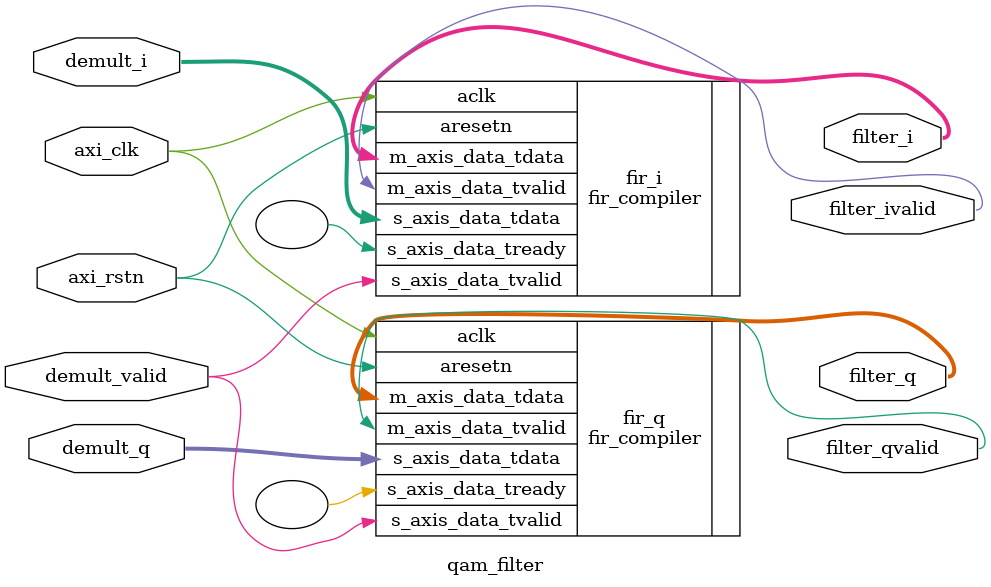
<source format=sv>
`timescale 1ns/1ns

module qam_filter (
    input   logic                   axi_clk,        // Clock
    input   logic                   axi_rstn,       // reset
    input   logic                   demult_valid,
    input   logic   signed  [17:0]  demult_q,       // data format : 5Q12
    input   logic   signed  [17:0]  demult_i,       // data format : 5Q12 
    output  logic                   filter_qvalid,
    output  logic   signed  [31:0]  filter_q,       // data format : 18Q12 
    output  logic                   filter_ivalid,
    output  logic   signed  [31:0]  filter_i        // data format : 18Q12 
);

/*------------------------------------------------------------------------------
--  Lowpass FIR 
    sample frequncy : 100M
    pass frequncy : 3.15M
    stop frequncy : 10M

    s_axis_data_tdata : 5Q12  REAL[17:0]
    m_axis_data_tdata : 18Q12 REAL[30:0]
------------------------------------------------------------------------------*/

fir_compiler fir_q (
  .aresetn(axi_rstn),                        // input wire aresetn
  .aclk(axi_clk),                           // input wire aclk
  .s_axis_data_tvalid(demult_valid),        // input wire s_axis_data_tvalid
  .s_axis_data_tready(),                    // output wire s_axis_data_tready
  .s_axis_data_tdata(demult_q),             // input wire [23 : 0] s_axis_data_tdata
  .m_axis_data_tvalid(filter_qvalid),       // output wire m_axis_data_tvalid
  .m_axis_data_tdata(filter_q)              // output wire [31 : 0] m_axis_data_tdata
);

fir_compiler fir_i (
  .aresetn(axi_rstn),                        // input wire aresetn
  .aclk(axi_clk),                           // input wire aclk
  .s_axis_data_tvalid(demult_valid),        // input wire s_axis_data_tvalid
  .s_axis_data_tready(),                    // output wire s_axis_data_tready
  .s_axis_data_tdata(demult_i),             // input wire [23 : 0] s_axis_data_tdata
  .m_axis_data_tvalid(filter_ivalid),       // output wire m_axis_data_tvalid
  .m_axis_data_tdata(filter_i)              // output wire [31 : 0] m_axis_data_tdata
);
endmodule : qam_filter



</source>
